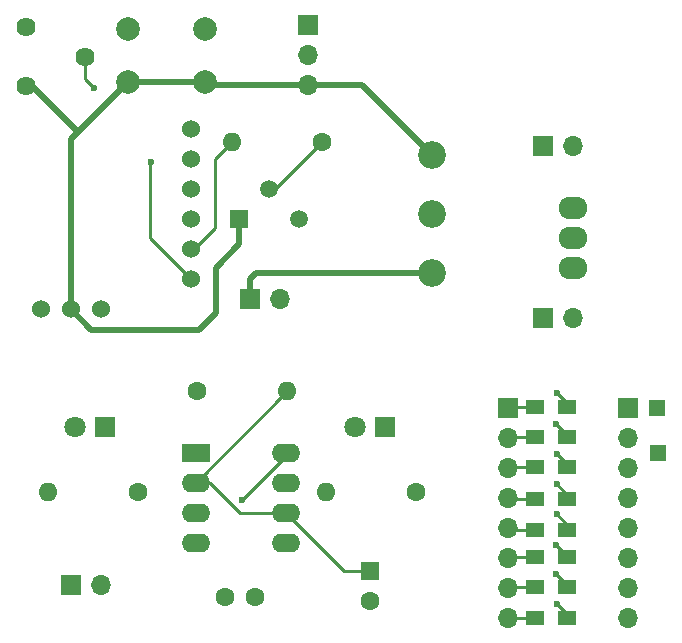
<source format=gbr>
G04 #@! TF.FileFunction,Copper,L2,Bot,Signal*
%FSLAX46Y46*%
G04 Gerber Fmt 4.6, Leading zero omitted, Abs format (unit mm)*
G04 Created by KiCad (PCBNEW 4.0.7) date 12/08/18 06:13:13*
%MOMM*%
%LPD*%
G01*
G04 APERTURE LIST*
%ADD10C,0.100000*%
%ADD11C,1.524000*%
%ADD12C,2.340000*%
%ADD13R,1.350000X1.350000*%
%ADD14C,1.600000*%
%ADD15R,1.800000X1.800000*%
%ADD16C,1.800000*%
%ADD17R,1.700000X1.700000*%
%ADD18O,1.700000X1.700000*%
%ADD19C,1.520000*%
%ADD20R,1.520000X1.520000*%
%ADD21O,1.600000X1.600000*%
%ADD22R,1.500000X1.300000*%
%ADD23C,1.620000*%
%ADD24C,2.000000*%
%ADD25O,2.438400X1.905000*%
%ADD26R,2.400000X1.600000*%
%ADD27O,2.400000X1.600000*%
%ADD28R,1.600000X1.600000*%
%ADD29C,0.600000*%
%ADD30C,0.250000*%
%ADD31C,0.508000*%
G04 APERTURE END LIST*
D10*
D11*
X181890800Y-55497600D03*
X181890800Y-58037600D03*
X181890800Y-60577600D03*
X181890800Y-63117600D03*
X181890800Y-65657600D03*
X181890800Y-68197600D03*
X174270800Y-70737600D03*
X171730800Y-70737600D03*
X169190800Y-70737600D03*
D12*
X202336400Y-57716400D03*
X202336400Y-62716400D03*
X202336400Y-67716400D03*
D13*
X221437200Y-82905600D03*
D14*
X187350400Y-95148400D03*
X184850400Y-95148400D03*
D15*
X198323200Y-80772000D03*
D16*
X195783200Y-80772000D03*
D15*
X174650400Y-80772000D03*
D16*
X172110400Y-80772000D03*
D17*
X171805600Y-94081600D03*
D18*
X174345600Y-94081600D03*
D17*
X186944000Y-69900800D03*
D18*
X189484000Y-69900800D03*
D17*
X211709000Y-71501000D03*
D18*
X214249000Y-71501000D03*
D17*
X208737200Y-79095600D03*
D18*
X208737200Y-81635600D03*
X208737200Y-84175600D03*
X208737200Y-86715600D03*
X208737200Y-89255600D03*
X208737200Y-91795600D03*
X208737200Y-94335600D03*
X208737200Y-96875600D03*
D17*
X211759800Y-56921400D03*
D18*
X214299800Y-56921400D03*
D17*
X218897200Y-79095600D03*
D18*
X218897200Y-81635600D03*
X218897200Y-84175600D03*
X218897200Y-86715600D03*
X218897200Y-89255600D03*
X218897200Y-91795600D03*
X218897200Y-94335600D03*
X218897200Y-96875600D03*
D19*
X188569600Y-60553600D03*
X191109600Y-63093600D03*
D20*
X186029600Y-63093600D03*
D14*
X193040000Y-56591200D03*
D21*
X185420000Y-56591200D03*
D14*
X182422800Y-77724000D03*
D21*
X190042800Y-77724000D03*
D14*
X201015600Y-86207600D03*
D21*
X193395600Y-86207600D03*
D14*
X177444400Y-86207600D03*
D21*
X169824400Y-86207600D03*
D22*
X211070200Y-79070200D03*
X213770200Y-79070200D03*
X211070200Y-81559400D03*
X213770200Y-81559400D03*
X211070200Y-84150200D03*
X213770200Y-84150200D03*
X211070200Y-86791800D03*
X213770200Y-86791800D03*
X211070200Y-89433400D03*
X213770200Y-89433400D03*
X211070200Y-91770200D03*
X213770200Y-91770200D03*
X211070200Y-94259400D03*
X213770200Y-94259400D03*
X211070200Y-96901000D03*
X213770200Y-96901000D03*
D23*
X167944800Y-46866800D03*
X172944800Y-49366800D03*
X167944800Y-51866800D03*
D24*
X176580800Y-51540800D03*
X176580800Y-47040800D03*
X183080800Y-51540800D03*
X183080800Y-47040800D03*
D25*
X214299800Y-62153800D03*
X214299800Y-64693800D03*
X214299800Y-67233800D03*
D17*
X191820800Y-46736000D03*
D18*
X191820800Y-49276000D03*
X191820800Y-51816000D03*
D26*
X182321200Y-82905600D03*
D27*
X189941200Y-90525600D03*
X182321200Y-85445600D03*
X189941200Y-87985600D03*
X182321200Y-87985600D03*
X189941200Y-85445600D03*
X182321200Y-90525600D03*
X189941200Y-82905600D03*
D28*
X197053200Y-92964000D03*
D14*
X197053200Y-95464000D03*
D13*
X221386400Y-79095600D03*
D29*
X186232800Y-86918800D03*
X212902800Y-77876400D03*
X212852000Y-80518000D03*
X212953600Y-83058000D03*
X212902800Y-85598000D03*
X212902800Y-88138000D03*
X212852000Y-90728800D03*
X212852000Y-93218000D03*
X212953600Y-95758000D03*
X173736000Y-52019200D03*
X178511200Y-58318400D03*
D30*
X190042800Y-77724000D02*
X182321200Y-85445600D01*
X189941200Y-87985600D02*
X186080400Y-87985600D01*
X183540400Y-85445600D02*
X182321200Y-85445600D01*
X186080400Y-87985600D02*
X183540400Y-85445600D01*
X197053200Y-92964000D02*
X194919600Y-92964000D01*
X194919600Y-92964000D02*
X189941200Y-87985600D01*
X186232800Y-86918800D02*
X189941200Y-83210400D01*
X189941200Y-83210400D02*
X189941200Y-82905600D01*
X212902800Y-77876400D02*
X213770200Y-78743800D01*
X213770200Y-78743800D02*
X213770200Y-79070200D01*
X213770200Y-81559400D02*
X213770200Y-81436200D01*
X213770200Y-81436200D02*
X212852000Y-80518000D01*
X212953600Y-83058000D02*
X213770200Y-83874600D01*
X213770200Y-83874600D02*
X213770200Y-84150200D01*
X213770200Y-86791800D02*
X213770200Y-86465400D01*
X213770200Y-86465400D02*
X212902800Y-85598000D01*
X212902800Y-88138000D02*
X213770200Y-89005400D01*
X213770200Y-89005400D02*
X213770200Y-89433400D01*
X213770200Y-91770200D02*
X213770200Y-91647000D01*
X213770200Y-91647000D02*
X212852000Y-90728800D01*
X212852000Y-93218000D02*
X213770200Y-94136200D01*
X213770200Y-94136200D02*
X213770200Y-94259400D01*
X213770200Y-96901000D02*
X213770200Y-96574600D01*
X213770200Y-96574600D02*
X212953600Y-95758000D01*
D31*
X202336400Y-67716400D02*
X187401200Y-67716400D01*
X186944000Y-68173600D02*
X186944000Y-69900800D01*
X187401200Y-67716400D02*
X186944000Y-68173600D01*
D30*
X211070200Y-79070200D02*
X208762600Y-79070200D01*
X208762600Y-79070200D02*
X208737200Y-79095600D01*
X211070200Y-81559400D02*
X208813400Y-81559400D01*
X208813400Y-81559400D02*
X208737200Y-81635600D01*
X211070200Y-84150200D02*
X208762600Y-84150200D01*
X208762600Y-84150200D02*
X208737200Y-84175600D01*
X211070200Y-86791800D02*
X208813400Y-86791800D01*
X208813400Y-86791800D02*
X208737200Y-86715600D01*
X211070200Y-89433400D02*
X208915000Y-89433400D01*
X208915000Y-89433400D02*
X208737200Y-89255600D01*
X211070200Y-91770200D02*
X208762600Y-91770200D01*
X208762600Y-91770200D02*
X208737200Y-91795600D01*
X211070200Y-94259400D02*
X208813400Y-94259400D01*
X208813400Y-94259400D02*
X208737200Y-94335600D01*
X211070200Y-96901000D02*
X208762600Y-96901000D01*
X208762600Y-96901000D02*
X208737200Y-96875600D01*
X188569600Y-60553600D02*
X189026800Y-60553600D01*
X189026800Y-60553600D02*
X192989200Y-56591200D01*
D31*
X191820800Y-51816000D02*
X196436000Y-51816000D01*
X196436000Y-51816000D02*
X202336400Y-57716400D01*
X167944800Y-51866800D02*
X168503600Y-51866800D01*
X168503600Y-51866800D02*
X172379200Y-55742400D01*
X171730800Y-70737600D02*
X171730800Y-56390800D01*
X171730800Y-56390800D02*
X172379200Y-55742400D01*
X172379200Y-55742400D02*
X176580800Y-51540800D01*
X183080800Y-51540800D02*
X176580800Y-51540800D01*
X191820800Y-51816000D02*
X183356000Y-51816000D01*
X183356000Y-51816000D02*
X183080800Y-51540800D01*
X171730800Y-70737600D02*
X171527600Y-70737600D01*
X186029600Y-63093600D02*
X186029600Y-65278000D01*
X173484800Y-72491600D02*
X171730800Y-70737600D01*
X182626000Y-72491600D02*
X173484800Y-72491600D01*
X184048400Y-71069200D02*
X182626000Y-72491600D01*
X184048400Y-67259200D02*
X184048400Y-71069200D01*
X186029600Y-65278000D02*
X184048400Y-67259200D01*
D30*
X181890800Y-65657600D02*
X182144800Y-65657600D01*
X182144800Y-65657600D02*
X183946800Y-63855600D01*
X183946800Y-63855600D02*
X183946800Y-58013600D01*
X183946800Y-58013600D02*
X185369200Y-56591200D01*
X172944800Y-49366800D02*
X172944800Y-51228000D01*
X172944800Y-51228000D02*
X173736000Y-52019200D01*
X178460400Y-64767200D02*
X181890800Y-68197600D01*
X178460400Y-58369200D02*
X178460400Y-64767200D01*
X178511200Y-58318400D02*
X178460400Y-58369200D01*
M02*

</source>
